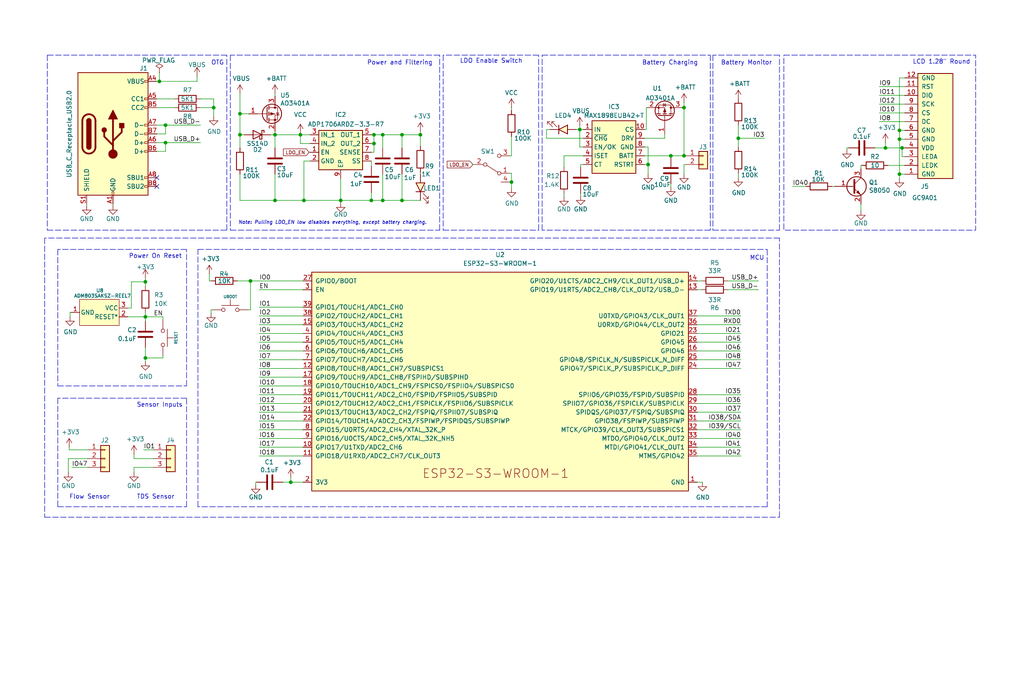
<source format=kicad_sch>
(kicad_sch (version 20231120) (generator "eeschema") (generator_version "8.0")
  (paper "User" 297 200)
  (title_block (title "IoT-Based Smart Water Flow Monitoring Device") (date "2024-04-11") (rev "1.0") (company "Jobit Joseph Semicon Media"))
  (lib_symbols
    (symbol "ADM803:ADM803SAKSZ-REEL7" (pin_names (offset 0.254))
      (property "Reference" "U" (at 8.128 8.128 0))
      (property "Value" "ADM803SAKSZ-REEL7" (at 8.382 5.842 0))
      (symbol "ADM803SAKSZ-REEL7_1_1"
        (pin unspecified line (at 0 0 0) (length 2.54) (name "GND") (number "1"))
        (pin unspecified line (at 16.51 -1.27 180) (length 2.54) (name "RESET*") (number "2"))
        (pin power_in line (at 16.51 1.27 180) (length 2.54) (name "VCC") (number "3"))
      )
    )
    (symbol "ADP1706ARDZ-3_3-R7:ADP1706ARDZ-3.3-R7"
      (property "Reference" "IC2" (at 11.43 7.112 0))
      (property "Value" "ADP1706ARDZ-3.3-R7" (at 11.43 4.572 0))
      (symbol "ADP1706ARDZ-3.3-R7_1_1"
        (pin passive line (at 2.54 -3.81 0) (length 2.54) (name "EN") (number "1"))
        (pin passive line (at 2.54 -6.35 0) (length 2.54) (name "GND") (number "2"))
        (pin passive line (at 2.54 1.27 0) (length 2.54) (name "IN_1") (number "3"))
        (pin passive line (at 2.54 -1.27 0) (length 2.54) (name "IN_2") (number "4"))
        (pin passive line (at 20.32 1.27 180) (length 2.54) (name "OUT_1") (number "5"))
        (pin passive line (at 20.32 -1.27 180) (length 2.54) (name "OUT_2") (number "6"))
        (pin passive line (at 20.32 -3.81 180) (length 2.54) (name "SENSE") (number "7"))
        (pin passive line (at 20.32 -6.35 180) (length 2.54) (name "SS") (number "8"))
        (pin passive line (at 11.43 -11.43 90) (length 2.54) (name "EP") (number "9"))
      )
    )
    (symbol "Connector_Generic:Conn_01x02" (pin_names (offset 1.016) hide)
      (property "Reference" "J" (at 0 2.54 0))
      (property "Value" "Conn_01x02" (at 0 -5.08 0))
      (symbol "Conn_01x02_1_1"
        (pin passive line (at -5.08 0 0) (length 3.81) (name "Pin_1") (number "1"))
        (pin passive line (at -5.08 -2.54 0) (length 3.81) (name "Pin_2") (number "2"))
      )
    )
    (symbol "Connector_Generic:Conn_01x03" (pin_names (offset 1.016) hide)
      (property "Reference" "J" (at 0 5.08 0))
      (property "Value" "Conn_01x03" (at 0 -5.08 0))
      (symbol "Conn_01x03_1_1"
        (pin passive line (at -5.08 2.54 0) (length 3.81) (name "Pin_1") (number "1"))
        (pin passive line (at -5.08 0 0) (length 3.81) (name "Pin_2") (number "2"))
        (pin passive line (at -5.08 -2.54 0) (length 3.81) (name "Pin_3") (number "3"))
      )
    )
    (symbol "Device:C" (pin_numbers hide) (pin_names (offset 0.254))
      (property "Reference" "C" (at 0.635 2.54 0))
      (property "Value" "C" (at 0.635 -2.54 0))
      (symbol "C_1_1"
        (pin passive line (at 0 3.81 270) (length 2.794) (name "~") (number "1"))
        (pin passive line (at 0 -3.81 90) (length 2.794) (name "~") (number "2"))
      )
    )
    (symbol "Device:D_Schottky" (pin_numbers hide) (pin_names (offset 1.016) hide)
      (property "Reference" "D" (at 0 2.54 0))
      (property "Value" "D_Schottky" (at 0 -2.54 0))
      (symbol "D_Schottky_1_1"
        (pin passive line (at -3.81 0 0) (length 2.54) (name "K") (number "1"))
        (pin passive line (at 3.81 0 180) (length 2.54) (name "A") (number "2"))
      )
    )
    (symbol "Device:R" (pin_numbers hide) (pin_names (offset 0))
      (property "Reference" "R" (at 2.032 0 90))
      (property "Value" "R" (at 0 0 90))
      (symbol "R_1_1"
        (pin passive line (at 0 3.81 270) (length 1.27) (name "~") (number "1"))
        (pin passive line (at 0 -3.81 90) (length 1.27) (name "~") (number "2"))
      )
    )
    (symbol "ESP32_TouchDown:DMG3415U-7" (pin_names (offset 0) hide)
      (property "Reference" "Q" (at 5.08 1.27 0))
      (property "Value" "DMG3415U-7" (at 5.08 -1.27 0))
      (symbol "DMG3415U-7_1_1"
        (pin input line (at -5.08 0 0) (length 2.54) (name "G") (number "1"))
        (pin passive line (at 2.54 -5.08 90) (length 2.54) (name "S") (number "2"))
        (pin passive line (at 2.54 5.08 270) (length 2.54) (name "D") (number "3"))
      )
    )
    (symbol "ESP32_TouchDown:LGES8050" (pin_names (offset 0) hide)
      (property "Reference" "Q" (at 5.08 1.905 0))
      (property "Value" "LGES8050" (at 5.08 0 0))
      (symbol "LGES8050_1_1"
        (pin passive line (at -5.08 0 0) (length 5.08) (name "E") (number "1"))
        (pin input line (at 2.54 -5.08 90) (length 2.54) (name "B") (number "2"))
        (pin passive line (at 2.54 5.08 270) (length 2.54) (name "C") (number "3"))
      )
    )
    (symbol "ESP32_TouchDown_Rev1.1-rescue:USB_C_Receptacle_USB2.0-Connector" (pin_names (offset 1.016))
      (property "Reference" "J1" (at 8.89 19.05 0))
      (property "Value" "USB_C_Receptacle_USB2.0" (at -12.7 0 90))
      (symbol "USB_C_Receptacle_USB2.0-Connector_1_1"
        (pin power_in line (at 0 -20.32 90) (length 2.54) (name "GND") (number "A1"))
        (pin passive line (at 0 -20.32 90) (length 2.54) hide (name "GND") (number "A12"))
        (pin power_in line (at 12.7 15.24 180) (length 2.54) (name "VBUS") (number "A4"))
        (pin bidirectional line (at 12.7 10.16 180) (length 2.54) (name "CC1") (number "A5"))
        (pin bidirectional line (at 12.7 -2.54 180) (length 2.54) (name "D+") (number "A6"))
        (pin bidirectional line (at 12.7 2.54 180) (length 2.54) (name "D-") (number "A7"))
        (pin bidirectional line (at 12.7 -12.7 180) (length 2.54) (name "SBU1") (number "A8"))
        (pin passive line (at 12.7 15.24 180) (length 2.54) hide (name "VBUS") (number "A9"))
        (pin passive line (at 0 -20.32 90) (length 2.54) hide (name "GND") (number "B1"))
        (pin passive line (at 0 -20.32 90) (length 2.54) hide (name "GND") (number "B12"))
        (pin passive line (at 12.7 15.24 180) (length 2.54) hide (name "VBUS") (number "B4"))
        (pin bidirectional line (at 12.7 7.62 180) (length 2.54) (name "CC2") (number "B5"))
        (pin bidirectional line (at 12.7 -5.08 180) (length 2.54) (name "D+") (number "B6"))
        (pin bidirectional line (at 12.7 0 180) (length 2.54) (name "D-") (number "B7"))
        (pin bidirectional line (at 12.7 -15.24 180) (length 2.54) (name "SBU2") (number "B8"))
        (pin passive line (at 12.7 15.24 180) (length 2.54) hide (name "VBUS") (number "B9"))
        (pin passive line (at -7.62 -20.32 90) (length 2.54) (name "SHIELD") (number "S1"))
      )
    )
    (symbol "Espressif:ESP32-S3-WROOM-1" (pin_names (offset 1.016))
      (property "Reference" "U" (at -53.34 38.1 0))
      (property "Value" "ESP32-S3-WROOM-1" (at -53.34 35.56 0))
      (symbol "ESP32-S3-WROOM-1_0_0"
        (text "ESP32-S3-WROOM-1" (at 0 -25.4 0) (effects (font (size 2.54 2.54))))
        (pin power_in line (at 58.42 -27.94 180) (length 2.54) (name "GND") (number "1"))
        (pin bidirectional line (at -55.88 -17.78 0) (length 2.54) (name "GPIO17/U1TXD/ADC2_CH6") (number "10"))
        (pin bidirectional line (at -55.88 -20.32 0) (length 2.54) (name "GPIO18/U1RXD/ADC2_CH7/CLK_OUT3") (number "11"))
        (pin bidirectional line (at -55.88 5.08 0) (length 2.54) (name "GPIO8/TOUCH8/ADC1_CH7/SUBSPICS1") (number "12"))
        (pin bidirectional line (at 58.42 27.94 180) (length 2.54) (name "GPIO19/U1RTS/ADC2_CH8/CLK_OUT2/USB_D-") (number "13"))
        (pin bidirectional line (at 58.42 30.48 180) (length 2.54) (name "GPIO20/U1CTS/ADC2_CH9/CLK_OUT1/USB_D+") (number "14"))
        (pin bidirectional line (at -55.88 17.78 0) (length 2.54) (name "GPIO3/TOUCH3/ADC1_CH2") (number "15"))
        (pin bidirectional line (at 58.42 10.16 180) (length 2.54) (name "GPIO46") (number "16"))
        (pin bidirectional line (at -55.88 2.54 0) (length 2.54) (name "GPIO9/TOUCH9/ADC1_CH8/FSPIHD/SUBSPIHD") (number "17"))
        (pin bidirectional line (at -55.88 0 0) (length 2.54) (name "GPIO10/TOUCH10/ADC1_CH9/FSPICS0/FSPIIO4/SUBSPICS0") (number "18"))
        (pin bidirectional line (at -55.88 -2.54 0) (length 2.54) (name "GPIO11/TOUCH11/ADC2_CH0/FSPID/FSPIIO5/SUBSPID") (number "19"))
        (pin power_in line (at -55.88 -27.94 0) (length 2.54) (name "3V3") (number "2"))
        (pin bidirectional line (at -55.88 -5.08 0) (length 2.54) (name "GPIO12/TOUCH12/ADC2_CH1/FSPICLK/FSPIIO6/SUBSPICLK") (number "20"))
        (pin bidirectional line (at -55.88 -7.62 0) (length 2.54) (name "GPIO13/TOUCH13/ADC2_CH2/FSPIQ/FSPIIO7/SUBSPIQ") (number "21"))
        (pin bidirectional line (at -55.88 -10.16 0) (length 2.54) (name "GPIO14/TOUCH14/ADC2_CH3/FSPIWP/FSPIDQS/SUBSPIWP") (number "22"))
        (pin bidirectional line (at 58.42 15.24 180) (length 2.54) (name "GPIO21") (number "23"))
        (pin bidirectional line (at 58.42 5.08 180) (length 2.54) (name "GPIO47/SPICLK_P/SUBSPICLK_P_DIFF") (number "24"))
        (pin bidirectional line (at 58.42 7.62 180) (length 2.54) (name "GPIO48/SPICLK_N/SUBSPICLK_N_DIFF") (number "25"))
        (pin bidirectional line (at 58.42 12.7 180) (length 2.54) (name "GPIO45") (number "26"))
        (pin bidirectional line (at -55.88 30.48 0) (length 2.54) (name "GPIO0/BOOT") (number "27"))
        (pin bidirectional line (at 58.42 -2.54 180) (length 2.54) (name "SPIIO6/GPIO35/FSPID/SUBSPID") (number "28"))
        (pin bidirectional line (at 58.42 -5.08 180) (length 2.54) (name "SPIIO7/GPIO36/FSPICLK/SUBSPICLK") (number "29"))
        (pin input line (at -55.88 27.94 0) (length 2.54) (name "EN") (number "3"))
        (pin bidirectional line (at 58.42 -7.62 180) (length 2.54) (name "SPIDQS/GPIO37/FSPIQ/SUBSPIQ") (number "30"))
        (pin bidirectional line (at 58.42 -10.16 180) (length 2.54) (name "GPIO38/FSPIWP/SUBSPIWP") (number "31"))
        (pin bidirectional line (at 58.42 -12.7 180) (length 2.54) (name "MTCK/GPIO39/CLK_OUT3/SUBSPICS1") (number "32"))
        (pin bidirectional line (at 58.42 -15.24 180) (length 2.54) (name "MTDO/GPIO40/CLK_OUT2") (number "33"))
        (pin bidirectional line (at 58.42 -17.78 180) (length 2.54) (name "MTDI/GPIO41/CLK_OUT1") (number "34"))
        (pin bidirectional line (at 58.42 -20.32 180) (length 2.54) (name "MTMS/GPIO42") (number "35"))
        (pin bidirectional line (at 58.42 17.78 180) (length 2.54) (name "U0RXD/GPIO44/CLK_OUT2") (number "36"))
        (pin bidirectional line (at 58.42 20.32 180) (length 2.54) (name "U0TXD/GPIO43/CLK_OUT1") (number "37"))
        (pin bidirectional line (at -55.88 20.32 0) (length 2.54) (name "GPIO2/TOUCH2/ADC1_CH1") (number "38"))
        (pin bidirectional line (at -55.88 22.86 0) (length 2.54) (name "GPIO1/TOUCH1/ADC1_CH0") (number "39"))
        (pin bidirectional line (at -55.88 15.24 0) (length 2.54) (name "GPIO4/TOUCH4/ADC1_CH3") (number "4"))
        (pin passive line (at 58.42 -27.94 180) (length 2.54) hide (name "GND") (number "40"))
        (pin passive line (at 58.42 -27.94 180) (length 2.54) hide (name "GND") (number "41"))
        (pin bidirectional line (at -55.88 12.7 0) (length 2.54) (name "GPIO5/TOUCH5/ADC1_CH4") (number "5"))
        (pin bidirectional line (at -55.88 10.16 0) (length 2.54) (name "GPIO6/TOUCH6/ADC1_CH5") (number "6"))
        (pin bidirectional line (at -55.88 7.62 0) (length 2.54) (name "GPIO7/TOUCH7/ADC1_CH6") (number "7"))
        (pin bidirectional line (at -55.88 -12.7 0) (length 2.54) (name "GPIO15/U0RTS/ADC2_CH4/XTAL_32K_P") (number "8"))
        (pin bidirectional line (at -55.88 -15.24 0) (length 2.54) (name "GPIO16/U0CTS/ADC2_CH5/XTAL_32K_NH5") (number "9"))
      )
    )
    (symbol "GC9A01:GC9A01" (pin_names (offset 1.016))
      (property "Reference" "J5" (at 3.048 14.732 0))
      (property "Value" "GC9A01" (at 0.508 16.51 0))
      (symbol "GC9A01_1_1"
        (pin passive line (at -5.08 12.7 0) (length 3.81) (name "GND") (number "1"))
        (pin passive line (at -5.08 -10.16 0) (length 3.81) (name "DIO") (number "10"))
        (pin passive line (at -5.08 -12.7 0) (length 3.81) (name "RST") (number "11"))
        (pin passive line (at -5.08 -15.24 0) (length 3.81) (name "GND") (number "12"))
        (pin passive line (at -5.08 10.16 0) (length 3.81) (name "LEDK") (number "2"))
        (pin passive line (at -5.08 7.62 0) (length 3.81) (name "LEDA") (number "3"))
        (pin passive line (at -5.08 5.08 0) (length 3.81) (name "VDD") (number "4"))
        (pin passive line (at -5.08 2.54 0) (length 3.81) (name "GND") (number "5"))
        (pin passive line (at -5.08 0 0) (length 3.81) (name "GND") (number "6"))
        (pin passive line (at -5.08 -2.54 0) (length 3.81) (name "DC") (number "7"))
        (pin passive line (at -5.08 -5.08 0) (length 3.81) (name "CS") (number "8"))
        (pin passive line (at -5.08 -7.62 0) (length 3.81) (name "SCK") (number "9"))
      )
    )
    (symbol "LED_1" (pin_numbers hide) (pin_names (offset 1.016) hide)
      (property "Reference" "D1" (at 0 -4.064 0))
      (property "Value" "LED" (at 0 -2.286 0))
      (symbol "LED_1_1_1"
        (pin passive line (at -3.81 0 0) (length 2.54) (name "K") (number "1"))
        (pin passive line (at 3.81 0 180) (length 2.54) (name "A") (number "2"))
      )
    )
    (symbol "MAX1898EUB42+T:MAX1898EUB42+T"
      (property "Reference" "IC" (at 26.67 7.62 0))
      (property "Value" "MAX1898EUB42+T" (at 26.67 5.08 0))
      (symbol "MAX1898EUB42+T_1_1"
        (pin passive line (at 2.54 0 0) (length 2.54) (name "IN") (number "1"))
        (pin passive line (at 20.32 0 180) (length 2.54) (name "CS") (number "10"))
        (pin passive line (at 2.54 -2.54 0) (length 2.54) (name "~{CHG}") (number "2"))
        (pin passive line (at 2.54 -5.08 0) (length 2.54) (name "EN/OK") (number "3"))
        (pin passive line (at 2.54 -7.62 0) (length 2.54) (name "ISET") (number "4"))
        (pin passive line (at 2.54 -10.16 0) (length 2.54) (name "CT") (number "5"))
        (pin passive line (at 20.32 -10.16 180) (length 2.54) (name "RSTRT") (number "6"))
        (pin passive line (at 20.32 -7.62 180) (length 2.54) (name "BATT") (number "7"))
        (pin passive line (at 20.32 -5.08 180) (length 2.54) (name "GND") (number "8"))
        (pin passive line (at 20.32 -2.54 180) (length 2.54) (name "DRV") (number "9"))
      )
    )
    (symbol "Switch:SW_Push" (pin_numbers hide) (pin_names (offset 1.016) hide)
      (property "Reference" "SW" (at 1.27 2.54 0))
      (property "Value" "SW_Push" (at 0 -1.524 0))
      (symbol "SW_Push_0_1"
        (pin passive line (at -5.08 0 0) (length 2.54) (name "1") (number "1"))
        (pin passive line (at 5.08 0 180) (length 2.54) (name "2") (number "2"))
      )
    )
    (symbol "Switch:SW_SPDT" (pin_names (offset 0) hide)
      (property "Reference" "SW3" (at -6.35 -12.7 0))
      (property "Value" "K3-1280S-F1 " (at -6.35 -10.16 0))
      (symbol "SW_SPDT_1_1"
        (pin passive line (at 5.08 2.54 180) (length 2.54) (name "A") (number "1"))
        (pin passive line (at -5.08 0 0) (length 2.54) (name "B") (number "2"))
        (pin passive line (at 5.08 -2.54 180) (length 2.54) (name "C") (number "3"))
        (pin input line (at 5.08 5.08 180) (length 2.54) (name "4") (number "4"))
      )
    )
    (symbol "power:+3V3" (power) (pin_names (offset 0))
      (property "Value" "+3V3" (at 0 3.556 0))
      (symbol "+3V3_1_1"
        (pin power_in line (at 0 0 90) (length 0) hide (name "+3V3") (number "1"))
      )
    )
    (symbol "power:+BATT" (power) (pin_names (offset 0))
      (property "Value" "+BATT" (at 0 3.556 0))
      (symbol "+BATT_1_1"
        (pin power_in line (at 0 0 90) (length 0) hide (name "+BATT") (number "1"))
      )
    )
    (symbol "power:GND" (power) (pin_names (offset 0))
      (property "Value" "GND" (at 0 -3.81 0))
      (symbol "GND_1_1"
        (pin power_in line (at 0 0 270) (length 0) hide (name "GND") (number "1"))
      )
    )
    (symbol "power:PWR_FLAG" (power) (pin_numbers hide) (pin_names (offset 0) hide)
      (property "Value" "PWR_FLAG" (at 0 3.81 0))
      (symbol "PWR_FLAG_0_0"
        (pin power_out line (at 0 0 90) (length 0) (name "pwr") (number "1"))
      )
    )
    (symbol "power:VBUS" (power) (pin_names (offset 0))
      (property "Value" "VBUS" (at 0 3.81 0))
      (symbol "VBUS_1_1"
        (pin power_in line (at 0 0 90) (length 0) hide (name "VBUS") (number "1"))
      )
    )
    (symbol "power:VCC" (power) (pin_numbers hide) (pin_names (offset 0) hide)
      (property "Value" "VCC" (at 0 3.556 0))
      (symbol "VCC_1_1"
        (pin power_in line (at 0 0 90) (length 0) (name "~") (number "1"))
      )
    )
  )
  (junction (at 261.62 42.926))
  (junction (at 187.96 47.752))
  (junction (at 42.164 103.886))
  (junction (at 214.122 40.132))
  (junction (at 88.138 58.166))
  (junction (at 194.564 45.212))
  (junction (at 79.756 39.116))
  (junction (at 42.164 91.948))
  (junction (at 48.006 36.322))
  (junction (at 108.458 39.116))
  (junction (at 260.858 37.846))
  (junction (at 260.858 50.546))
  (junction (at 110.998 58.166))
  (junction (at 98.806 58.166))
  (junction (at 198.374 45.212))
  (junction (at 110.998 39.116))
  (junction (at 84.328 139.954))
  (junction (at 72.644 81.534))
  (junction (at 42.164 81.788))
  (junction (at 116.586 58.166))
  (junction (at 48.006 41.402))
  (junction (at 116.586 39.116))
  (junction (at 107.696 58.166))
  (junction (at 69.596 33.02))
  (junction (at 121.92 39.116))
  (junction (at 148.336 52.832))
  (junction (at 256.794 42.926))
  (junction (at 87.122 39.116))
  (junction (at 69.596 39.116))
  (junction (at 168.148 37.592))
  (junction (at 198.374 31.242))
  (junction (at 108.458 41.656))
  (junction (at 46.228 23.622))
  (junction (at 79.756 58.166))
  (junction (at 260.858 40.386))
  (junction (at 61.976 31.242))
  (no_connect (at 45.466 54.102))
  (no_connect (at 45.466 51.562))
  (wire (pts (xy 260.858 40.386) (xy 260.858 37.846)))
  (wire (pts (xy 121.92 50.038) (xy 121.92 50.546)))
  (polyline (pts (xy 157.226 66.802) (xy 157.226 16.002)) (stroke (width 0) (type dash)))
  (wire (pts (xy 168.148 37.592) (xy 169.164 37.592)))
  (polyline (pts (xy 127.508 16.002) (xy 66.802 16.002)) (stroke (width 0) (type dash)))
  (wire (pts (xy 262.382 48.006) (xy 257.556 48.006)))
  (wire (pts (xy 148.336 39.624) (xy 148.336 45.212)))
  (wire (pts (xy 249.682 48.006) (xy 249.682 49.022)))
  (wire (pts (xy 262.382 22.606) (xy 260.858 22.606)))
  (wire (pts (xy 110.998 50.546) (xy 110.998 58.166)))
  (wire (pts (xy 221.742 40.132) (xy 214.122 40.132)))
  (wire (pts (xy 84.328 138.684) (xy 84.328 139.954)))
  (wire (pts (xy 20.066 130.556) (xy 25.4 130.556)))
  (wire (pts (xy 249.682 48.006) (xy 249.936 48.006)))
  (wire (pts (xy 262.382 50.546) (xy 260.858 50.546)))
  (wire (pts (xy 20.066 129.794) (xy 20.066 130.556)))
  (wire (pts (xy 75.184 132.334) (xy 87.884 132.334)))
  (wire (pts (xy 47.244 103.886) (xy 42.164 103.886)))
  (polyline (pts (xy 128.524 16.002) (xy 128.524 66.802)) (stroke (width 0) (type dash)))
  (wire (pts (xy 38.1 81.788) (xy 38.1 89.408)))
  (wire (pts (xy 46.228 23.622) (xy 57.15 23.622)))
  (wire (pts (xy 202.184 99.314) (xy 214.884 99.314)))
  (wire (pts (xy 168.148 36.576) (xy 168.148 37.592)))
  (wire (pts (xy 186.944 37.592) (xy 187.452 37.592)))
  (polyline (pts (xy 13.716 66.802) (xy 65.786 66.802)) (stroke (width 0) (type dash)))
  (wire (pts (xy 261.62 45.466) (xy 261.62 42.926)))
  (wire (pts (xy 187.96 47.752) (xy 186.944 47.752)))
  (wire (pts (xy 255.016 30.226) (xy 262.382 30.226)))
  (wire (pts (xy 186.944 40.132) (xy 192.786 40.132)))
  (wire (pts (xy 108.458 39.116) (xy 110.998 39.116)))
  (wire (pts (xy 198.374 29.718) (xy 198.374 31.242)))
  (polyline (pts (xy 66.802 66.802) (xy 127.508 66.802)) (stroke (width 0) (type dash)))
  (wire (pts (xy 147.828 45.212) (xy 148.336 45.212)))
  (wire (pts (xy 45.466 23.622) (xy 46.228 23.622)))
  (wire (pts (xy 38.862 131.826) (xy 38.862 133.096)))
  (wire (pts (xy 163.576 45.212) (xy 163.576 48.514)))
  (wire (pts (xy 186.944 45.212) (xy 194.564 45.212)))
  (wire (pts (xy 202.184 91.694) (xy 214.884 91.694)))
  (wire (pts (xy 75.184 114.554) (xy 87.884 114.554)))
  (wire (pts (xy 245.618 42.926) (xy 246.126 42.926)))
  (polyline (pts (xy 206.756 16.002) (xy 206.756 66.802)) (stroke (width 0) (type dash)))
  (wire (pts (xy 255.016 32.766) (xy 262.382 32.766)))
  (wire (pts (xy 82.042 139.954) (xy 84.328 139.954)))
  (wire (pts (xy 198.374 50.546) (xy 198.374 47.752)))
  (wire (pts (xy 61.976 28.702) (xy 61.976 31.242)))
  (wire (pts (xy 38.862 135.636) (xy 38.862 137.16)))
  (wire (pts (xy 116.586 58.166) (xy 121.92 58.166)))
  (polyline (pts (xy 128.524 66.802) (xy 156.21 66.802)) (stroke (width 0) (type dash)))
  (wire (pts (xy 255.016 25.146) (xy 262.382 25.146)))
  (polyline (pts (xy 54.102 112.014) (xy 54.102 72.39)) (stroke (width 0) (type dash)))
  (wire (pts (xy 48.006 41.402) (xy 45.466 41.402)))
  (wire (pts (xy 69.596 33.02) (xy 72.136 33.02)))
  (wire (pts (xy 68.834 81.534) (xy 72.644 81.534)))
  (wire (pts (xy 61.214 90.932) (xy 61.214 89.916)))
  (polyline (pts (xy 66.802 16.002) (xy 66.802 66.802)) (stroke (width 0) (type dash)))
  (wire (pts (xy 87.122 38.608) (xy 87.122 39.116)))
  (wire (pts (xy 108.458 44.196) (xy 108.458 41.656)))
  (wire (pts (xy 69.596 33.02) (xy 69.596 39.116)))
  (wire (pts (xy 20.828 135.636) (xy 25.4 135.636)))
  (polyline (pts (xy 16.764 112.014) (xy 54.102 112.014)) (stroke (width 0) (type dash)))
  (wire (pts (xy 211.074 84.074) (xy 219.964 84.074)))
  (wire (pts (xy 88.138 46.736) (xy 88.138 58.166)))
  (wire (pts (xy 187.96 50.546) (xy 187.96 47.752)))
  (wire (pts (xy 70.866 39.116) (xy 69.596 39.116)))
  (wire (pts (xy 87.122 41.656) (xy 87.122 39.116)))
  (wire (pts (xy 107.696 55.88) (xy 107.696 58.166)))
  (wire (pts (xy 75.184 89.154) (xy 87.884 89.154)))
  (polyline (pts (xy 13.716 16.002) (xy 13.716 66.802)) (stroke (width 0) (type dash)))
  (wire (pts (xy 88.138 46.736) (xy 89.916 46.736)))
  (wire (pts (xy 75.184 124.714) (xy 87.884 124.714)))
  (wire (pts (xy 202.184 106.934) (xy 214.884 106.934)))
  (wire (pts (xy 57.15 23.622) (xy 57.15 22.098)))
  (polyline (pts (xy 156.21 66.802) (xy 156.21 16.002)) (stroke (width 0) (type dash)))
  (wire (pts (xy 169.164 42.672) (xy 168.148 42.672)))
  (wire (pts (xy 69.596 27.178) (xy 69.596 33.02)))
  (polyline (pts (xy 206.756 66.802) (xy 226.06 66.802)) (stroke (width 0) (type dash)))
  (wire (pts (xy 116.586 39.116) (xy 121.92 39.116)))
  (polyline (pts (xy 205.994 66.802) (xy 157.226 66.802)) (stroke (width 0) (type dash)))
  (wire (pts (xy 202.184 119.634) (xy 214.884 119.634)))
  (wire (pts (xy 46.228 21.082) (xy 46.228 23.622)))
  (wire (pts (xy 107.696 58.166) (xy 110.998 58.166)))
  (wire (pts (xy 198.374 31.242) (xy 198.374 45.212)))
  (wire (pts (xy 58.166 41.402) (xy 48.006 41.402)))
  (wire (pts (xy 158.496 37.592) (xy 159.512 37.592)))
  (wire (pts (xy 194.564 53.34) (xy 194.564 54.356)))
  (wire (pts (xy 116.586 39.116) (xy 116.586 42.926)))
  (wire (pts (xy 202.184 117.094) (xy 214.884 117.094)))
  (wire (pts (xy 202.184 96.774) (xy 214.884 96.774)))
  (wire (pts (xy 84.328 139.954) (xy 87.884 139.954)))
  (wire (pts (xy 69.596 39.116) (xy 69.596 42.926)))
  (wire (pts (xy 48.006 38.862) (xy 45.466 38.862)))
  (wire (pts (xy 168.402 56.896) (xy 168.402 56.134)))
  (wire (pts (xy 42.164 91.948) (xy 42.164 93.218)))
  (polyline (pts (xy 57.404 147.066) (xy 57.404 72.39)) (stroke (width 0) (type dash)))
  (wire (pts (xy 249.682 59.182) (xy 249.682 61.214)))
  (wire (pts (xy 198.374 47.752) (xy 198.882 47.752)))
  (wire (pts (xy 242.062 54.102) (xy 241.3 54.102)))
  (wire (pts (xy 61.214 89.916) (xy 61.722 89.916)))
  (wire (pts (xy 110.998 39.116) (xy 116.586 39.116)))
  (wire (pts (xy 168.402 47.752) (xy 169.164 47.752)))
  (wire (pts (xy 58.166 28.702) (xy 61.976 28.702)))
  (wire (pts (xy 72.644 89.916) (xy 72.644 81.534)))
  (wire (pts (xy 197.866 31.242) (xy 198.374 31.242)))
  (wire (pts (xy 78.486 39.116) (xy 79.756 39.116)))
  (wire (pts (xy 202.184 129.794) (xy 214.884 129.794)))
  (wire (pts (xy 61.976 31.242) (xy 61.976 33.782)))
  (wire (pts (xy 42.164 80.772) (xy 42.164 81.788)))
  (wire (pts (xy 69.596 50.546) (xy 69.596 58.166)))
  (wire (pts (xy 42.164 103.886) (xy 42.164 104.902)))
  (wire (pts (xy 75.184 99.314) (xy 87.884 99.314)))
  (wire (pts (xy 71.882 89.916) (xy 72.644 89.916)))
  (wire (pts (xy 148.336 31.242) (xy 148.336 32.004)))
  (wire (pts (xy 20.32 90.678) (xy 20.574 90.678)))
  (wire (pts (xy 168.402 48.514) (xy 168.402 47.752)))
  (wire (pts (xy 50.546 31.242) (xy 45.466 31.242)))
  (wire (pts (xy 202.184 122.174) (xy 214.884 122.174)))
  (wire (pts (xy 262.382 45.466) (xy 261.62 45.466)))
  (wire (pts (xy 262.382 40.386) (xy 260.858 40.386)))
  (wire (pts (xy 25.146 59.69) (xy 25.146 59.182)))
  (wire (pts (xy 75.184 84.074) (xy 87.884 84.074)))
  (wire (pts (xy 38.862 133.096) (xy 44.45 133.096)))
  (wire (pts (xy 42.164 100.838) (xy 42.164 103.886)))
  (polyline (pts (xy 222.504 147.066) (xy 57.404 147.066)) (stroke (width 0) (type dash)))
  (wire (pts (xy 75.184 104.394) (xy 87.884 104.394)))
  (wire (pts (xy 37.084 91.948) (xy 42.164 91.948)))
  (wire (pts (xy 42.164 91.948) (xy 47.244 91.948)))
  (wire (pts (xy 75.184 117.094) (xy 87.884 117.094)))
  (wire (pts (xy 79.756 39.116) (xy 79.756 42.926)))
  (wire (pts (xy 47.244 103.124) (xy 47.244 103.886)))
  (wire (pts (xy 148.336 50.292) (xy 148.336 52.832)))
  (wire (pts (xy 202.184 139.954) (xy 203.708 139.954)))
  (wire (pts (xy 107.696 46.736) (xy 107.696 48.26)))
  (polyline (pts (xy 226.06 150.114) (xy 226.06 69.088)) (stroke (width 0) (type dash)))
  (polyline (pts (xy 127.508 66.802) (xy 127.508 16.002)) (stroke (width 0) (type dash)))
  (polyline (pts (xy 54.102 147.066) (xy 54.102 115.57)) (stroke (width 0) (type dash)))
  (wire (pts (xy 45.466 28.702) (xy 50.546 28.702)))
  (wire (pts (xy 19.812 133.096) (xy 25.4 133.096)))
  (polyline (pts (xy 226.06 69.088) (xy 12.954 69.088)) (stroke (width 0) (type dash)))
  (wire (pts (xy 75.184 91.694) (xy 87.884 91.694)))
  (wire (pts (xy 187.452 31.242) (xy 187.706 31.242)))
  (wire (pts (xy 75.184 106.934) (xy 87.884 106.934)))
  (wire (pts (xy 72.644 81.534) (xy 87.884 81.534)))
  (wire (pts (xy 19.812 137.16) (xy 19.812 133.096)))
  (wire (pts (xy 256.794 42.926) (xy 256.794 41.402)))
  (wire (pts (xy 69.596 58.166) (xy 79.756 58.166)))
  (polyline (pts (xy 157.226 16.002) (xy 205.994 16.002)) (stroke (width 0) (type dash)))
  (wire (pts (xy 108.458 41.656) (xy 108.458 39.116)))
  (wire (pts (xy 107.696 44.196) (xy 108.458 44.196)))
  (wire (pts (xy 38.862 135.636) (xy 44.45 135.636)))
  (wire (pts (xy 98.806 58.928) (xy 98.806 58.166)))
  (wire (pts (xy 75.184 109.474) (xy 87.884 109.474)))
  (polyline (pts (xy 222.504 72.39) (xy 222.504 147.066)) (stroke (width 0) (type dash)))
  (wire (pts (xy 202.184 114.554) (xy 214.884 114.554)))
  (polyline (pts (xy 12.954 150.114) (xy 226.06 150.114)) (stroke (width 0) (type dash)))
  (wire (pts (xy 89.916 41.656) (xy 87.122 41.656)))
  (wire (pts (xy 98.806 58.166) (xy 107.696 58.166)))
  (wire (pts (xy 79.756 50.546) (xy 79.756 58.166)))
  (wire (pts (xy 148.336 52.832) (xy 148.336 54.61)))
  (wire (pts (xy 75.184 94.234) (xy 87.884 94.234)))
  (polyline (pts (xy 54.102 72.39) (xy 16.764 72.39)) (stroke (width 0) (type dash)))
  (wire (pts (xy 202.184 101.854) (xy 214.884 101.854)))
  (wire (pts (xy 42.164 81.788) (xy 42.164 83.058)))
  (polyline (pts (xy 65.786 66.802) (xy 65.786 16.002)) (stroke (width 0) (type dash)))
  (wire (pts (xy 203.454 81.534) (xy 202.184 81.534)))
  (wire (pts (xy 75.184 127.254) (xy 87.884 127.254)))
  (wire (pts (xy 137.668 47.752) (xy 137.16 47.752)))
  (wire (pts (xy 229.87 54.102) (xy 233.68 54.102)))
  (wire (pts (xy 107.696 41.656) (xy 108.458 41.656)))
  (wire (pts (xy 61.976 31.242) (xy 58.166 31.242)))
  (wire (pts (xy 48.006 43.942) (xy 48.006 41.402)))
  (wire (pts (xy 75.184 122.174) (xy 87.884 122.174)))
  (wire (pts (xy 89.662 44.196) (xy 89.916 44.196)))
  (wire (pts (xy 194.564 45.212) (xy 198.374 45.212)))
  (wire (pts (xy 60.706 79.502) (xy 60.706 81.534)))
  (wire (pts (xy 255.016 35.306) (xy 262.382 35.306)))
  (wire (pts (xy 147.828 50.292) (xy 148.336 50.292)))
  (polyline (pts (xy 226.06 16.002) (xy 206.756 16.002)) (stroke (width 0) (type dash)))
  (wire (pts (xy 147.828 52.832) (xy 148.336 52.832)))
  (wire (pts (xy 158.496 40.132) (xy 158.496 37.592)))
  (wire (pts (xy 260.858 50.546) (xy 260.858 51.816)))
  (wire (pts (xy 79.756 27.178) (xy 79.756 27.94)))
  (polyline (pts (xy 65.786 16.002) (xy 13.716 16.002)) (stroke (width 0) (type dash)))
  (wire (pts (xy 211.074 81.534) (xy 219.964 81.534)))
  (polyline (pts (xy 16.764 115.57) (xy 16.764 147.066)) (stroke (width 0) (type dash)))
  (wire (pts (xy 214.122 50.292) (xy 214.122 51.562)))
  (wire (pts (xy 45.466 43.942) (xy 48.006 43.942)))
  (wire (pts (xy 75.184 96.774) (xy 87.884 96.774)))
  (wire (pts (xy 214.122 36.322) (xy 214.122 40.132)))
  (wire (pts (xy 45.466 36.322) (xy 48.006 36.322)))
  (wire (pts (xy 163.576 57.15) (xy 163.576 56.134)))
  (wire (pts (xy 245.618 43.434) (xy 245.618 42.926)))
  (wire (pts (xy 260.858 22.606) (xy 260.858 37.846)))
  (wire (pts (xy 75.184 112.014) (xy 87.884 112.014)))
  (wire (pts (xy 116.586 50.546) (xy 116.586 58.166)))
  (wire (pts (xy 169.164 40.132) (xy 158.496 40.132)))
  (wire (pts (xy 194.564 45.212) (xy 194.564 45.72)))
  (wire (pts (xy 192.786 38.862) (xy 192.786 40.132)))
  (wire (pts (xy 48.006 36.322) (xy 48.006 38.862)))
  (wire (pts (xy 98.806 51.816) (xy 98.806 58.166)))
  (polyline (pts (xy 226.06 66.802) (xy 226.06 16.002)) (stroke (width 0) (type dash)))
  (wire (pts (xy 107.696 39.116) (xy 108.458 39.116)))
  (wire (pts (xy 79.756 58.166) (xy 88.138 58.166)))
  (wire (pts (xy 121.92 39.116) (xy 121.92 42.418)))
  (wire (pts (xy 32.766 59.182) (xy 32.766 59.69)))
  (wire (pts (xy 203.454 84.074) (xy 202.184 84.074)))
  (wire (pts (xy 202.184 104.394) (xy 214.884 104.394)))
  (wire (pts (xy 48.006 36.322) (xy 58.166 36.322)))
  (wire (pts (xy 42.164 81.788) (xy 38.1 81.788)))
  (wire (pts (xy 79.756 38.1) (xy 79.756 39.116)))
  (wire (pts (xy 75.184 119.634) (xy 87.884 119.634)))
  (wire (pts (xy 168.148 42.672) (xy 168.148 37.592)))
  (polyline (pts (xy 16.764 147.066) (xy 54.102 147.066)) (stroke (width 0) (type dash)))
  (wire (pts (xy 42.164 90.678) (xy 42.164 91.948)))
  (polyline (pts (xy 57.404 72.39) (xy 222.504 72.39)) (stroke (width 0) (type dash)))
  (wire (pts (xy 47.244 91.948) (xy 47.244 92.964)))
  (wire (pts (xy 260.858 50.546) (xy 260.858 40.386)))
  (polyline (pts (xy 54.102 115.57) (xy 16.764 115.57)) (stroke (width 0) (type dash)))
  (wire (pts (xy 202.184 127.254) (xy 214.884 127.254)))
  (polyline (pts (xy 16.764 72.39) (xy 16.764 112.014)) (stroke (width 0) (type dash)))
  (wire (pts (xy 186.944 42.672) (xy 187.96 42.672)))
  (wire (pts (xy 198.374 45.212) (xy 198.882 45.212)))
  (polyline (pts (xy 12.954 69.088) (xy 12.954 150.114)) (stroke (width 0) (type dash)))
  (wire (pts (xy 261.62 42.926) (xy 256.794 42.926)))
  (wire (pts (xy 88.138 58.166) (xy 98.806 58.166)))
  (wire (pts (xy 79.756 39.116) (xy 87.122 39.116)))
  (polyline (pts (xy 156.21 16.002) (xy 128.524 16.002)) (stroke (width 0) (type dash)))
  (wire (pts (xy 121.92 39.116) (xy 121.92 38.1)))
  (wire (pts (xy 74.168 139.954) (xy 74.422 139.954)))
  (wire (pts (xy 87.122 39.116) (xy 89.916 39.116)))
  (wire (pts (xy 260.858 37.846) (xy 262.382 37.846)))
  (wire (pts (xy 75.184 101.854) (xy 87.884 101.854)))
  (wire (pts (xy 202.184 124.714) (xy 214.884 124.714)))
  (wire (pts (xy 167.132 37.592) (xy 168.148 37.592)))
  (wire (pts (xy 110.998 58.166) (xy 116.586 58.166)))
  (wire (pts (xy 255.016 27.686) (xy 262.382 27.686)))
  (wire (pts (xy 163.576 45.212) (xy 169.164 45.212)))
  (wire (pts (xy 214.122 40.132) (xy 214.122 42.672)))
  (wire (pts (xy 60.706 81.534) (xy 61.214 81.534)))
  (wire (pts (xy 253.746 42.926) (xy 256.794 42.926)))
  (wire (pts (xy 202.184 94.234) (xy 214.884 94.234)))
  (wire (pts (xy 187.96 42.672) (xy 187.96 47.752)))
  (wire (pts (xy 75.184 129.794) (xy 87.884 129.794)))
  (wire (pts (xy 262.382 42.926) (xy 261.62 42.926)))
  (wire (pts (xy 187.452 37.592) (xy 187.452 31.242)))
  (wire (pts (xy 20.32 91.948) (xy 20.32 90.678)))
  (polyline (pts (xy 205.994 16.002) (xy 205.994 66.802)) (stroke (width 0) (type dash)))
  (wire (pts (xy 41.656 130.556) (xy 44.45 130.556)))
  (wire (pts (xy 202.184 132.334) (xy 214.884 132.334)))
  (wire (pts (xy 110.998 39.116) (xy 110.998 42.926)))
  (wire (pts (xy 37.084 89.408) (xy 38.1 89.408)))
  (wire (pts (xy 74.168 140.716) (xy 74.168 139.954)))
  (rectangle (start 227.33 16.002) (end 282.956 66.802) (stroke (width 0) (type dash)))
  (text "OTG" (at 61.214 19.05 0) (effects (font (size 1.27 1.27)) (justify left bottom)))
  (text "TDS Sensor" (at 39.624 145.034 0) (effects (font (size 1.27 1.27)) (justify left bottom)))
  (text "Note: Pulling LDO_EN low disables everything, except battery charging.\n" (at 69.088 65.278 0) (effects (font (size 1 1) (italic yes)) (justify left bottom)))
  (text "Sensor Inputs" (at 39.624 118.364 0) (effects (font (size 1.27 1.27)) (justify left bottom)))
  (text "Power On Reset" (at 37.338 75.184 0) (effects (font (size 1.27 1.27)) (justify left bottom)))
  (text "Battery Charging" (at 186.182 19.05 0) (effects (font (size 1.27 1.27)) (justify left bottom)))
  (text "MCU\n" (at 217.424 75.692 0) (effects (font (size 1.27 1.27)) (justify left bottom)))
  (text "LCD 1.28\" Round" (at 264.668 18.796 0) (effects (font (size 1.27 1.27)) (justify left bottom)))
  (text "LDO Enable Switch" (at 133.35 18.542 0) (effects (font (size 1.27 1.27)) (justify left bottom)))
  (text "Battery Monitor" (at 209.042 19.05 0) (effects (font (size 1.27 1.27)) (justify left bottom)))
  (text "Flow Sensor" (at 20.066 145.034 0) (effects (font (size 1.27 1.27)) (justify left bottom)))
  (text "Power and Filtering\n" (at 106.426 19.05 0) (effects (font (size 1.27 1.27)) (justify left bottom)))
  (label "IO36" (at 214.884 117.094 180))
  (label "IO47" (at 20.828 135.636 0))
  (label "IO1" (at 41.656 130.556 0))
  (label "IO10" (at 255.016 32.766 0))
  (label "IO11" (at 255.016 27.686 0))
  (label "USB_D+" (at 58.166 41.402 180))
  (label "IO16" (at 75.184 127.254 0))
  (label "IO9" (at 255.016 25.146 0))
  (label "IO40" (at 229.87 54.102 0))
  (label "IO39{slash}SCL" (at 214.884 124.714 180))
  (label "USB_D-" (at 58.166 36.322 180))
  (label "EN" (at 47.244 91.948 180))
  (label "IO17" (at 75.184 129.794 0))
  (label "IO12" (at 255.016 30.226 0))
  (label "IO8" (at 255.016 35.306 0))
  (label "IO10" (at 75.184 112.014 0))
  (label "IO37" (at 214.884 119.634 180))
  (label "IO5" (at 75.184 99.314 0))
  (label "USB_D+" (at 219.964 81.534 180))
  (label "IO21" (at 214.884 96.774 180))
  (label "IO14" (at 75.184 122.174 0))
  (label "IO11" (at 75.184 114.554 0))
  (label "IO2" (at 75.184 91.694 0))
  (label "IO1" (at 75.184 89.154 0))
  (label "TXD0" (at 214.884 91.694 180))
  (label "IO9" (at 75.184 109.474 0))
  (label "IO6" (at 75.184 101.854 0))
  (label "IO42" (at 214.884 132.334 180))
  (label "IO38{slash}SDA" (at 214.884 122.174 180))
  (label "IO7" (at 75.184 104.394 0))
  (label "IO45" (at 214.884 99.314 180))
  (label "IO18" (at 75.184 132.334 0))
  (label "IO35" (at 214.884 114.554 180))
  (label "IO12" (at 75.184 117.094 0))
  (label "IO8" (at 75.184 106.934 0))
  (label "IO41" (at 214.884 129.794 180))
  (label "IO3" (at 75.184 94.234 0))
  (label "IO0" (at 75.184 81.534 0))
  (label "IO40" (at 214.884 127.254 180))
  (label "USB_D-" (at 219.964 84.074 180))
  (label "IO15" (at 75.184 124.714 0))
  (label "IO48" (at 214.884 104.394 180))
  (label "EN" (at 75.184 84.074 0))
  (label "IO3" (at 221.742 40.132 180))
  (label "IO4" (at 75.184 96.774 0))
  (label "IO13" (at 75.184 119.634 0))
  (label "IO46" (at 214.884 101.854 180))
  (label "IO47" (at 214.884 106.934 180))
  (label "RXD0" (at 214.884 94.234 180))
  (global_label "LDO_EN" (shape input) (at 137.16 47.752 180) (effects (font (size 1 1))) (property "Intersheetrefs" "${INTERSHEET_REFS}" (effects (hide yes))))
  (global_label "LDO_EN" (shape input) (at 89.662 44.196 180) (effects (font (size 1 1))) (property "Intersheetrefs" "${INTERSHEET_REFS}" (effects (hide yes))))
  (symbol (lib_id "Device:R") (at 253.746 48.006 90) (unit 1)
    (property "Reference" "R2" (at 253.746 45.466 90))
    (property "Value" "10" (at 253.746 48.006 90))
    (property "Footprint" "Resistor_SMD:R_0603_1608Metric" (effects (hide yes)))
    (property "DigiKey Part Number" "P10.0HCT-ND" (effects (hide yes)))
    (property "DigiKey Link" "https://www.digikey.in/en/products/detail/panasonic-electronic-components/ERJ-3EKF10R0V/196065" (effects (hide yes)))
    (property "Manufacturer" "Panasonic Electronic Components" (effects (hide yes)))
    (property "Manufacturer Product Number" "ERJ-3EKF10R0V" (effects (hide yes)))
  )
  (symbol (lib_id "power:+3V3") (at 60.706 79.502 0) (unit 1)
    (property "Reference" "#PWR08" (effects (hide yes)))
    (property "Value" "+3V3" (at 61.087 75.1078 0))
  )
  (symbol (lib_id "Switch:SW_SPDT") (at 142.748 47.752 0) (mirror x) (unit 1)
    (property "Reference" "SW1" (at 141.478 43.942 0))
    (property "Value" "SLW-66527511-SMT-TR" (effects (hide yes)))
    (property "Footprint" "SMD_Slide_switch:slide switch spdt" (effects (hide yes)))
    (property "DigiKey Part Number" "2223-SLW-66527511-SMT-TRCT-ND" (effects (hide yes)))
    (property "DigiKey Link" "https://www.digikey.in/en/products/detail/cui-devices/SLW-66527511-SMT-TR/21259964" (effects (hide yes)))
    (property "Manufacturer" "CUI Devices" (effects (hide yes)))
    (property "Manufacturer Product Number" "SLW-66527511-SMT-TR" (effects (hide yes)))
  )
  (symbol (lib_id "power:GND") (at 187.96 50.546 0) (unit 1)
    (property "Reference" "#PWR033" (effects (hide yes)))
    (property "Value" "GND" (at 187.96 54.356 0))
  )
  (symbol (lib_id "MAX1898EUB42+T:MAX1898EUB42+T") (at 166.624 37.592 0) (unit 1)
    (property "Reference" "IC3" (at 178.054 30.988 0))
    (property "Value" "MAX1898EUB42+T" (at 178.054 33.528 0))
    (property "Footprint" "MAX1898EUB42:SOP50P490X110-10N" (effects (hide yes)))
    (property "Description" "Battery Management Linear Charger for Single-Cell Li+ Battery" (effects (hide yes)))
    (property "Height" "1.1" (effects (hide yes)))
    (property "DigiKey Part Number" "MAX1898EUB42+TCT-ND" (effects (hide yes)))
    (property "DigiKey Link" "https://www.digikey.in/en/products/detail/analog-devices-inc-maxim-integrated/MAX1898EUB42-T/1516535" (effects (hide yes)))
    (property "Manufacturer" "MAX1898EUB42+T" (effects (hide yes)))
    (property "Manufacturer Product Number" "MAX1898EUB42+T" (effects (hide yes)))
  )
  (symbol (lib_id "power:+3V3") (at 42.164 80.772 0) (unit 1)
    (property "Reference" "#PWR03" (effects (hide yes)))
    (property "Value" "+3V3" (at 42.164 77.47 0))
  )
  (symbol (lib_id "Device:R") (at 214.122 46.482 0) (unit 1)
    (property "Reference" "R14" (at 215.646 49.022 0) (effects (justify left)))
    (property "Value" "100K" (at 214.884 50.8 0) (effects (justify left)))
    (property "Footprint" "Resistor_SMD:R_0603_1608Metric" (effects (hide yes)))
    (property "DigiKey Part Number" "P100KHCT-ND" (effects (hide yes)))
    (property "DigiKey Link" "https://www.digikey.in/en/products/detail/panasonic-electronic-components/ERJ-3EKF1003V/196075" (effects (hide yes)))
    (property "Manufacturer" "Panasonic Electronic Components" (effects (hide yes)))
    (property "Manufacturer Product Number" "ERJ-3EKF1003V" (effects (hide yes)))
  )
  (symbol (lib_id "power:+3V3") (at 20.066 129.794 0) (unit 1)
    (property "Reference" "#PWR021" (effects (hide yes)))
    (property "Value" "+3V3" (at 20.447 125.3998 0))
  )
  (symbol (lib_id "Connector_Generic:Conn_01x02") (at 203.962 45.212 0) (unit 1)
    (property "Reference" "J3" (at 202.692 42.672 0) (effects (justify left)))
    (property "Value" " B2B-PH-SM4-TB(LF)(SN) " (effects (hide yes)))
    (property "Footprint" "Connector_JST:JST_PH_B2B-PH-K_1x02_P2.00mm_Vertical" (effects (hide yes)))
    (property "DigiKey Part Number" "455-1704-ND" (effects (hide yes)))
    (property "DigiKey Link" "https://www.digikey.in/en/products/detail/jst-sales-america-inc/B2B-PH-K-S/926611" (effects (hide yes)))
    (property "Manufacturer" "JST Sales America Inc." (effects (hide yes)))
    (property "Manufacturer Product Number" "B2B-PH-K-S" (effects (hide yes)))
  )
  (symbol (lib_id "ADM803:ADM803SAKSZ-REEL7") (at 20.574 90.678 0) (unit 1)
    (property "Reference" "U8" (at 28.956 84.328 0) (effects (font (size 1 1))))
    (property "Value" "ADM803SAKSZ-REEL7" (at 29.718 85.852 0) (effects (font (size 1 1))))
    (property "Footprint" "ADM803SAKSZ:KS_3_ADI" (effects (hide yes)))
    (property "Datasheet" "ADM803SAKSZ-REEL7" (effects (hide yes)))
    (property "DigiKey Part Number" "505-ADM803SAKSZ-REEL7CT-ND" (effects (hide yes)))
    (property "DigiKey Link" "https://www.digikey.in/en/products/detail/analog-devices-inc/ADM803SAKSZ-REEL7/995374?s=N4IgTCBcDaIIIBECyAOADAZgMpwNJYC0BaAJQFEyAZAdhAF0BfIA" (effects (hide yes)))
    (property "Manufacturer" "Analog Devices Inc." (effects (hide yes)))
    (property "Manufacturer Product Number" "ADM803SAKSZ-REEL7" (effects (hide yes)))
  )
  (symbol (lib_id "power:GND") (at 249.682 61.214 0) (unit 1)
    (property "Reference" "#PWR05" (effects (hide yes)))
    (property "Value" "GND" (at 249.682 64.77 0))
  )
  (symbol (lib_id "power:GND") (at 168.402 56.896 0) (unit 1)
    (property "Reference" "#PWR031" (effects (hide yes)))
    (property "Value" "GND" (at 168.402 60.706 0))
  )
  (symbol (lib_id "Connector_Generic:Conn_01x03") (at 49.53 133.096 0) (unit 1)
    (property "Reference" "J4" (at 48.26 127.762 0) (effects (justify left)))
    (property "Value" "Conn_01x03" (effects (hide yes)))
    (property "Footprint" "Connector_JST:JST_PH_B3B-PH-K_1x03_P2.00mm_Vertical" (effects (hide yes)))
    (property "Description" "Generic connector, single row, 01x03, script generated (kicad-library-utils/schlib/autogen/connector/)" (effects (hide yes)))
    (property "DigiKey Part Number" "A100035-ND" (effects (hide yes)))
    (property "DigiKey Link" "https://www.digikey.in/en/products/detail/te-connectivity-amp-connectors/440054-3/2077940" (effects (hide yes)))
    (property "Manufacturer" "TE Connectivity AMP Connectors" (effects (hide yes)))
    (property "Manufacturer Product Number" "440054-3" (effects (hide yes)))
  )
  (symbol (lib_id "ESP32_TouchDown_Rev1.1-rescue:USB_C_Receptacle_USB2.0-Connector") (at 32.766 38.862 0) (unit 1)
    (property "Reference" "J1" (at 41.656 19.812 0))
    (property "Value" "USB_C_Receptacle_USB2.0" (at 20.066 38.862 90))
    (property "Footprint" "Connector_USB:USB_C_Receptacle_XKB_U262-16XN-4BVC11" (effects (hide yes)))
    (property "Datasheet" "https://www.usb.org/sites/default/files/documents/usb_type-c.zip" (effects (hide yes)))
    (property "DigiKey Part Number" "664-12402012E212ACT-ND" (effects (hide yes)))
    (property "DigiKey Link" "https://www.digikey.in/en/products/detail/amphenol-cs-commercial-products/12402012E212A/13683192" (effects (hide yes)))
    (property "Manufacturer" "Amphenol ICC (Commercial Products)" (effects (hide yes)))
    (property "Manufacturer Product Number" "12402012E212A" (effects (hide yes)))
  )
  (symbol (lib_id "power:GND") (at 19.812 137.16 0) (unit 1)
    (property "Reference" "#PWR022" (effects (hide yes)))
    (property "Value" "GND" (at 19.812 140.97 0))
  )
  (symbol (lib_id "power:GND") (at 61.976 33.782 0) (unit 1)
    (property "Reference" "#PWR014" (effects (hide yes)))
    (property "Value" "GND" (at 62.103 38.1762 0))
  )
  (symbol (lib_id "ESP32_TouchDown:DMG3415U-7") (at 192.786 33.782 270) (mirror x) (unit 1)
    (property "Reference" "U1" (at 189.23 25.654 90) (effects (justify left)))
    (property "Value" "AO3401A" (at 187.198 28.448 90) (effects (justify left)))
    (property "Footprint" "Package_TO_SOT_SMD:SOT-23" (effects (hide yes)))
    (property "DigiKey Part Number" "AO3401-ND" (effects (hide yes)))
    (property "DigiKey Link" "https://www.digikey.in/en/products/detail/alpha-omega-semiconductor-inc/AO3401/8573943" (effects (hide yes)))
    (property "Manufacturer" "Alpha & Omega Semiconductor Inc." (effects (hide yes)))
    (property "Manufacturer Product Number" "AO3401" (effects (hide yes)))
  )
  (symbol (lib_id "Device:R") (at 65.024 81.534 90) (unit 1)
    (property "Reference" "R4" (at 66.294 79.502 90) (effects (justify left)))
    (property "Value" "10K" (at 67.056 81.534 90) (effects (justify left)))
    (property "Footprint" "Resistor_SMD:R_0603_1608Metric" (effects (hide yes)))
    (property "DigiKey Part Number" "P10.0KHCT-ND" (effects (hide yes)))
    (property "DigiKey Link" "https://www.digikey.in/en/products/detail/panasonic-electronic-components/ERJ-3EKF1002V/196066" (effects (hide yes)))
    (property "Manufacturer" "Panasonic Electronic Components" (effects (hide yes)))
    (property "Manufacturer Product Number" "ERJ-3EKF1002V" (effects (hide yes)))
  )
  (symbol (lib_id "power:VBUS") (at 57.15 22.098 0) (unit 1)
    (property "Reference" "#PWR013" (effects (hide yes)))
    (property "Value" "VBUS" (at 57.15 18.796 0))
  )
  (symbol (lib_name "LED_1") (lib_id "Device:LED") (at 163.322 37.592 0) (mirror x) (unit 1)
    (property "Reference" "LED4" (at 163.322 33.528 0))
    (property "Value" "LED Blue" (effects (hide yes)))
    (property "Footprint" "LED_SMD:LED_0603_1608Metric" (effects (hide yes)))
    (property "Description" "Light emitting diode" (effects (hide yes)))
    (property "DigiKey Part Number" "3147-B1911NB--20C005314U1930CT-ND" (effects (hide yes)))
    (property "DigiKey Link" "https://www.digikey.in/en/products/detail/harvatek-corporation/B1911NB-20C005314U1930/15520015" (effects (hide yes)))
    (property "Manufacturer" "Harvatek Corporation" (effects (hide yes)))
    (property "Manufacturer Product Number" "B1911NB--20C005314U1930" (effects (hide yes)))
  )
  (symbol (lib_id "Device:R") (at 121.92 46.228 0) (unit 1)
    (property "Reference" "R9" (at 123.19 48.26 0) (effects (justify left)))
    (property "Value" "1K" (at 122.174 50.546 0) (effects (justify left)))
    (property "Footprint" "Resistor_SMD:R_0603_1608Metric" (effects (hide yes)))
    (property "DigiKey Part Number" "P1.00KHCT-ND" (effects (hide yes)))
    (property "DigiKey Link" "https://www.digikey.in/en/products/detail/panasonic-electronic-components/ERJ-3EKF1001V/196032" (effects (hide yes)))
    (property "Manufacturer" "Panasonic Electronic Components" (effects (hide yes)))
    (property "Manufacturer Product Number" "ERJ-3EKF1001V" (effects (hide yes)))
  )
  (symbol (lib_id "GC9A01:GC9A01") (at 267.462 37.846 0) (mirror x) (unit 1)
    (property "Reference" "J5" (at 268.224 54.102 0))
    (property "Value" "GC9A01" (at 268.224 57.404 0))
    (property "Footprint" "GC9A01:GC9A01" (effects (hide yes)))
  )
  (symbol (lib_id "Device:R") (at 237.49 54.102 90) (unit 1)
    (property "Reference" "R1" (at 238.76 50.292 90) (effects (justify left)))
    (property "Value" "10K" (at 239.268 52.07 90) (effects (justify left)))
    (property "Footprint" "Resistor_SMD:R_0603_1608Metric" (effects (hide yes)))
    (property "DigiKey Part Number" "P10.0KHCT-ND" (effects (hide yes)))
    (property "DigiKey Link" "https://www.digikey.in/en/products/detail/panasonic-electronic-components/ERJ-3EKF1002V/196066" (effects (hide yes)))
    (property "Manufacturer" "Panasonic Electronic Components" (effects (hide yes)))
    (property "Manufacturer Product Number" "ERJ-3EKF1002V" (effects (hide yes)))
  )
  (symbol (lib_id "ESP32_TouchDown:DMG3415U-7") (at 77.216 33.02 0) (unit 1)
    (property "Reference" "U5" (at 81.28 27.6606 0) (effects (justify left)))
    (property "Value" "AO3401A" (at 81.28 29.972 0) (effects (justify left)))
    (property "Footprint" "Package_TO_SOT_SMD:SOT-23" (effects (hide yes)))
    (property "DigiKey Part Number" "AO3401-ND" (effects (hide yes)))
    (property "DigiKey Link" "https://www.digikey.in/en/products/detail/alpha-omega-semiconductor-inc/AO3401/8573943" (effects (hide yes)))
    (property "Manufacturer" "Alpha & Omega Semiconductor Inc." (effects (hide yes)))
    (property "Manufacturer Product Number" "AO3401" (effects (hide yes)))
  )
  (symbol (lib_id "power:GND") (at 74.168 140.716 0) (unit 1)
    (property "Reference" "#PWR02" (effects (hide yes)))
    (property "Value" "GND" (at 74.168 144.272 0))
  )
  (symbol (lib_id "ADP1706ARDZ-3_3-R7:ADP1706ARDZ-3.3-R7") (at 87.376 40.386 0) (unit 1)
    (property "Reference" "IC2" (at 98.806 33.274 0))
    (property "Value" "ADP1706ARDZ-3.3-R7" (at 100.33 36.068 0))
    (property "Footprint" "ADP1706ARDZ:SOIC127P600X175-9N" (effects (hide yes)))
    (property "Datasheet" "https://www.analog.com/media/en/technical-documentation/data-sheets/ADP1706_1707_1708.pdf" (effects (hide yes)))
    (property "Description" "Analog Devices ADP1706ARDZ-3.3-R7, Dual LDO Voltage Regulator, 1A, 3.3 V +/-2.5%, 2.5  5.5 Vin, 8-Pin SOIC" (effects (hide yes)))
    (property "Height" "1.75" (effects (hide yes)))
    (property "DigiKey Part Number" "505-ADP1706ARDZ-3.3-R7CT-ND" (effects (hide yes)))
    (property "DigiKey Link" "https://digikey.in/en/products/detail/analog-devices-inc/ADP1706ARDZ-3-3-R7/1766873?s=N4IgTCBcDaIIIBEAKBGA7ABgGxwEoIC0BaAZgDoSjc0QBdAXyA" (effects (hide yes)))
    (property "Manufacturer" "Analog Devices Inc." (effects (hide yes)))
    (property "Manufacturer Product Number" "ADP1706ARDZ-3.3-R7" (effects (hide yes)))
  )
  (symbol (lib_id "power:GND") (at 245.618 43.434 0) (unit 1)
    (property "Reference" "#PWR025" (effects (hide yes)))
    (property "Value" "GND" (at 245.745 47.8282 0))
  )
  (symbol (lib_id "power:+3V3") (at 256.794 41.402 0) (unit 1)
    (property "Reference" "#PWR06" (effects (hide yes)))
    (property "Value" "+3V3" (at 257.175 37.0078 0))
  )
  (symbol (lib_id "Device:D_Schottky") (at 74.676 39.116 0) (mirror y) (unit 1)
    (property "Reference" "D2" (at 74.676 43.434 0))
    (property "Value" "SS14D" (at 74.676 41.656 0))
    (property "Footprint" "Diode_SMD:D_SMA" (effects (hide yes)))
    (property "DigiKey Part Number" "SS14CT-ND" (effects (hide yes)))
    (property "DigiKey Link" "https://www.digikey.in/en/products/detail/onsemi/SS14/965474" (effects (hide yes)))
    (property "Manufacturer" "onsemi" (effects (hide yes)))
    (property "Manufacturer Product Number" "SS14" (effects (hide yes)))
  )
  (symbol (lib_id "Espressif:ESP32-S3-WROOM-1") (at 143.764 112.014 0) (unit 1)
    (property "Reference" "U2" (at 145.034 73.914 0))
    (property "Value" "ESP32-S3-WROOM-1" (at 145.034 76.454 0))
    (property "Footprint" "Espressif:ESP32-S3-WROOM-1" (effects (hide yes)))
    (property "Datasheet" "https://www.espressif.com/sites/default/files/documentation/esp32-s3-wroom-1_wroom-1u_datasheet_en.pdf" (effects (hide yes)))
    (property "DigiKey Part Number" "1965-ESP32-S3-WROOM-1-N16R8CT-ND" (effects (hide yes)))
    (property "DigiKey Link" "https://www.digikey.in/en/products/detail/espressif-systems/ESP32-S3-WROOM-1-N16R8/16162642" (effects (hide yes)))
    (property "Manufacturer" "Espressif Systems" (effects (hide yes)))
    (property "Manufacturer Product Number" "ESP32-S3-WROOM-1-N16R8" (effects (hide yes)))
  )
  (symbol (lib_id "Device:C") (at 194.564 49.53 0) (mirror y) (unit 1)
    (property "Reference" "C9" (at 194.056 51.816 0) (effects (justify left)))
    (property "Value" "10uF" (at 194.564 53.594 0) (effects (justify left)))
    (property "Footprint" "Capacitor_SMD:C_0603_1608Metric" (effects (hide yes)))
    (property "DigiKey Part Number" "490-10692-1-ND" (effects (hide yes)))
    (property "DigiKey Link" "https://www.digikey.in/en/products/detail/murata-electronics/GRM155R60E106ME16D/4905100" (effects (hide yes)))
    (property "Manufacturer" "Murata Electronics" (effects (hide yes)))
    (property "Manufacturer Product Number" "GRM155R60E106ME16D" (effects (hide yes)))
  )
  (symbol (lib_id "Switch:SW_Push") (at 66.802 89.916 0) (mirror y) (unit 1)
    (property "Reference" "BOOT1" (effects (hide yes)))
    (property "Value" "UBOOT" (at 66.802 86.106 0) (effects (font (size 0.8 0.8))))
    (property "Footprint" "3x4x2:Tactile 3x4x2mm TS-A010" (effects (hide yes)))
    (property "DigiKey Part Number" "2449-CS1213AGF160CT-ND" (effects (hide yes)))
    (property "DigiKey Link" "https://www.digikey.in/en/products/detail/cit-relay-and-switch/CS1213AGF160/16607723" (effects (hide yes)))
    (property "Manufacturer" "CIT Relay and Switch" (effects (hide yes)))
    (property "Manufacturer Product Number" "CS1213AGF160" (effects (hide yes)))
  )
  (symbol (lib_id "power:GND") (at 163.576 57.15 0) (unit 1)
    (property "Reference" "#PWR032" (effects (hide yes)))
    (property "Value" "GND" (at 163.576 60.706 0))
  )
  (symbol (lib_id "Device:C") (at 110.998 46.736 0) (unit 1)
    (property "Reference" "C5" (at 111.506 49.276 0) (effects (justify left)))
    (property "Value" "10uF" (at 111.506 51.308 0) (effects (justify left)))
    (property "Footprint" "Capacitor_SMD:C_0603_1608Metric" (effects (hide yes)))
    (property "DigiKey Part Number" "490-10692-1-ND" (effects (hide yes)))
    (property "DigiKey Link" "https://www.digikey.in/en/products/detail/murata-electronics/GRM155R60E106ME16D/4905100" (effects (hide yes)))
    (property "Manufacturer" "Murata Electronics" (effects (hide yes)))
    (property "Manufacturer Product Number" "GRM155R60E106ME16D" (effects (hide yes)))
  )
  (symbol (lib_id "power:+3V3") (at 84.328 138.684 0) (unit 1)
    (property "Reference" "#PWR09" (effects (hide yes)))
    (property "Value" "+3V3" (at 84.709 134.2898 0))
  )
  (symbol (lib_id "Device:C") (at 79.756 46.736 0) (unit 1)
    (property "Reference" "C3" (at 80.264 49.022 0) (effects (justify left)))
    (property "Value" "10uF" (at 80.264 50.8 0) (effects (justify left)))
    (property "Footprint" "Capacitor_SMD:C_0603_1608Metric" (effects (hide yes)))
    (property "DigiKey Part Number" "490-10692-1-ND" (effects (hide yes)))
    (property "DigiKey Link" "https://www.digikey.in/en/products/detail/murata-electronics/GRM155R60E106ME16D/4905100" (effects (hide yes)))
    (property "Manufacturer" "Murata Electronics" (effects (hide yes)))
    (property "Manufacturer Product Number" "GRM155R60E106ME16D" (effects (hide yes)))
  )
  (symbol (lib_id "Device:R") (at 54.356 28.702 270) (unit 1)
    (property "Reference" "R7" (at 54.356 26.162 90))
    (property "Value" "5K1" (at 54.356 28.702 90))
    (property "Footprint" "Resistor_SMD:R_0603_1608Metric" (effects (hide yes)))
    (property "DigiKey Part Number" "P5.10KHCT-ND" (effects (hide yes)))
    (property "DigiKey Link" "https://www.digikey.in/en/products/detail/panasonic-electronic-components/ERJ-3EKF5101V/1746427" (effects (hide yes)))
    (property "Manufacturer" "Panasonic Electronic Components" (effects (hide yes)))
    (property "Manufacturer Product Number" "ERJ-3EKF5101V" (effects (hide yes)))
  )
  (symbol (lib_id "Device:R") (at 207.264 84.074 270) (mirror x) (unit 1)
    (property "Reference" "R6" (at 207.264 89.3318 90))
    (property "Value" "33R" (at 207.264 87.0204 90))
    (property "Footprint" "Resistor_SMD:R_0603_1608Metric" (effects (hide yes)))
    (property "DigiKey Part Number" "P17467CT-ND" (effects (hide yes)))
    (property "DigiKey Link" "https://www.digikey.in/en/products/detail/panasonic-electronic-components/ERJ-3BWFR033V/5647500" (effects (hide yes)))
    (property "Manufacturer" "Panasonic Electronic Components" (effects (hide yes)))
    (property "Manufacturer Product Number" "ERJ-3BWFR033V" (effects (hide yes)))
  )
  (symbol (lib_id "Device:C") (at 168.402 52.324 0) (unit 1)
    (property "Reference" "C8" (at 168.91 54.61 0) (effects (justify left)))
    (property "Value" "10uF" (at 168.91 56.388 0) (effects (justify left)))
    (property "Footprint" "Capacitor_SMD:C_0603_1608Metric" (effects (hide yes)))
    (property "DigiKey Part Number" "490-10692-1-ND" (effects (hide yes)))
    (property "DigiKey Link" "https://www.digikey.in/en/products/detail/murata-electronics/GRM155R60E106ME16D/4905100" (effects (hide yes)))
    (property "Manufacturer" "Murata Electronics" (effects (hide yes)))
    (property "Manufacturer Product Number" "GRM155R60E106ME16D" (effects (hide yes)))
  )
  (symbol (lib_id "power:+BATT") (at 214.122 28.702 0) (unit 1)
    (property "Reference" "#PWR028" (effects (hide yes)))
    (property "Value" "+BATT" (at 214.503 24.3078 0))
  )
  (symbol (lib_id "power:GND") (at 194.564 54.356 0) (unit 1)
    (property "Reference" "#PWR035" (effects (hide yes)))
    (property "Value" "GND" (at 194.564 58.166 0))
  )
  (symbol (lib_id "Device:R") (at 207.264 81.534 270) (unit 1)
    (property "Reference" "R5" (at 207.264 76.2762 90))
    (property "Value" "33R" (at 207.264 78.5876 90))
    (property "Footprint" "Resistor_SMD:R_0603_1608Metric" (effects (hide yes)))
    (property "DigiKey Part Number" "P17467CT-ND" (effects (hide yes)))
    (property "DigiKey Link" "https://www.digikey.in/en/products/detail/panasonic-electronic-components/ERJ-3BWFR033V/5647500" (effects (hide yes)))
    (property "Manufacturer" "Panasonic Electronic Components" (effects (hide yes)))
    (property "Manufacturer Product Number" "ERJ-3BWFR033V" (effects (hide yes)))
  )
  (symbol (lib_id "power:GND") (at 260.858 51.816 0) (unit 1)
    (property "Reference" "#PWR01" (effects (hide yes)))
    (property "Value" "GND" (at 260.985 56.2102 0))
  )
  (symbol (lib_id "Device:C") (at 42.164 97.028 0) (mirror y) (unit 1)
    (property "Reference" "C2" (at 39.624 95.758 0) (effects (justify left)))
    (property "Value" "0.1uF" (at 39.624 98.298 0) (effects (justify left)))
    (property "Footprint" "Capacitor_SMD:C_0603_1608Metric" (effects (hide yes)))
    (property "DigiKey Part Number" "490-6328-1-ND" (effects (hide yes)))
    (property "DigiKey Link" "https://www.digikey.in/en/products/detail/murata-electronics/GRM155R71C104KA88J/2610892" (effects (hide yes)))
    (property "Manufacturer" "Murata Electronics" (effects (hide yes)))
    (property "Manufacturer Product Number" "GRM155R71C104KA88J" (effects (hide yes)))
  )
  (symbol (lib_id "power:+3V3") (at 121.92 38.1 0) (unit 1)
    (property "Reference" "#PWR018" (effects (hide yes)))
    (property "Value" "+3V3" (at 122.301 33.7058 0))
  )
  (symbol (lib_id "power:GND") (at 42.164 104.902 0) (unit 1)
    (property "Reference" "#PWR07" (effects (hide yes)))
    (property "Value" "GND" (at 42.291 109.2962 0))
  )
  (symbol (lib_id "power:GND") (at 98.806 58.928 0) (unit 1)
    (property "Reference" "#PWR017" (effects (hide yes)))
    (property "Value" "GND" (at 98.806 62.23 0))
  )
  (symbol (lib_id "power:+3V3") (at 38.862 131.826 0) (unit 1)
    (property "Reference" "#PWR024" (effects (hide yes)))
    (property "Value" "+3V3" (at 39.243 127.4318 0))
  )
  (symbol (lib_id "power:GND") (at 198.374 50.546 0) (unit 1)
    (property "Reference" "#PWR036" (effects (hide yes)))
    (property "Value" "GND" (at 198.374 54.356 0))
  )
  (symbol (lib_id "power:GND") (at 214.122 51.562 0) (unit 1)
    (property "Reference" "#PWR029" (effects (hide yes)))
    (property "Value" "GND" (at 214.249 55.9562 0))
  )
  (symbol (lib_id "power:VCC") (at 148.336 31.242 0) (unit 1)
    (property "Reference" "#PWR027" (effects (hide yes)))
    (property "Value" "VCC" (at 148.336 26.924 0))
    (property "Description" "Power symbol creates a global label with name \"VCC\"" (effects (hide yes)))
  )
  (symbol (lib_id "Device:R") (at 163.576 52.324 0) (mirror y) (unit 1)
    (property "Reference" "R12" (at 162.306 51.054 0) (effects (justify left)))
    (property "Value" "1.4K" (at 162.306 53.594 0) (effects (justify left)))
    (property "Footprint" "Resistor_SMD:R_0603_1608Metric" (effects (hide yes)))
    (property "DigiKey Part Number" "P1.40KHCT-ND" (effects (hide yes)))
    (property "DigiKey Link" "https://www.digikey.in/en/products/detail/panasonic-electronic-components/ERJ-3EKF1401V/196049" (effects (hide yes)))
    (property "Manufacturer" "Panasonic Electronic Components" (effects (hide yes)))
    (property "Manufacturer Product Number" "ERJ-3EKF1401V" (effects (hide yes)))
  )
  (symbol (lib_id "Device:R") (at 148.336 35.814 0) (unit 1)
    (property "Reference" "R10" (at 149.86 38.354 0) (effects (justify left)))
    (property "Value" "100K" (at 149.098 40.132 0) (effects (justify left)))
    (property "Footprint" "Resistor_SMD:R_0603_1608Metric" (effects (hide yes)))
    (property "DigiKey Part Number" "P100KHCT-ND" (effects (hide yes)))
    (property "DigiKey Link" "https://www.digikey.in/en/products/detail/panasonic-electronic-components/ERJ-3EKF1003V/196075" (effects (hide yes)))
    (property "Manufacturer" "Panasonic Electronic Components" (effects (hide yes)))
    (property "Manufacturer Product Number" "ERJ-3EKF1003V" (effects (hide yes)))
  )
  (symbol (lib_id "power:GND") (at 203.708 139.954 0) (unit 1)
    (property "Reference" "#PWR010" (effects (hide yes)))
    (property "Value" "GND" (at 203.835 144.3482 0))
  )
  (symbol (lib_id "ESP32_TouchDown:LGES8050") (at 247.142 54.102 0) (unit 1)
    (property "Reference" "Q1" (at 251.968 52.9336 0) (effects (justify left)))
    (property "Value" "S8050" (at 251.968 55.245 0) (effects (justify left)))
    (property "Footprint" "Package_TO_SOT_SMD:SOT-23" (effects (hide yes)))
    (property "Datasheet" "http://www.unisonic.com.tw/datasheet/S8050.pdf" (effects (hide yes)))
    (property "DigiKey Part Number" "MMSS8050-L-TPMSCT-ND" (effects (hide yes)))
    (property "DigiKey Link" "https://www.digikey.in/en/products/detail/micro-commercial-co/MMSS8050-L-TP/2827197" (effects (hide yes)))
    (property "Manufacturer" "Micro Commercial Co" (effects (hide yes)))
    (property "Manufacturer Product Number" "MMSS8050-L-TP" (effects (hide yes)))
  )
  (symbol (lib_id "Device:R") (at 69.596 46.736 0) (unit 1)
    (property "Reference" "R11" (at 71.12 49.276 0) (effects (justify left)))
    (property "Value" "100K" (at 70.358 51.054 0) (effects (justify left)))
    (property "Footprint" "Resistor_SMD:R_0603_1608Metric" (effects (hide yes)))
    (property "DigiKey Part Number" "P100KHCT-ND" (effects (hide yes)))
    (property "DigiKey Link" "https://www.digikey.in/en/products/detail/panasonic-electronic-components/ERJ-3EKF1003V/196075" (effects (hide yes)))
    (property "Manufacturer" "Panasonic Electronic Components" (effects (hide yes)))
    (property "Manufacturer Product Number" "ERJ-3EKF1003V" (effects (hide yes)))
  )
  (symbol (lib_id "Connector_Generic:Conn_01x03") (at 30.48 133.096 0) (unit 1)
    (property "Reference" "J2" (at 29.21 127.762 0) (effects (justify left)))
    (property "Value" "Conn_01x03" (effects (hide yes)))
    (property "Footprint" "Connector_JST:JST_PH_B3B-PH-K_1x03_P2.00mm_Vertical" (effects (hide yes)))
    (property "Description" "Generic connector, single row, 01x03, script generated (kicad-library-utils/schlib/autogen/connector/)" (effects (hide yes)))
    (property "DigiKey Part Number" "A100035-ND" (effects (hide yes)))
    (property "DigiKey Link" "https://www.digikey.in/en/products/detail/te-connectivity-amp-connectors/440054-3/2077940" (effects (hide yes)))
    (property "Manufacturer" "TE Connectivity AMP Connectors" (effects (hide yes)))
    (property "Manufacturer Product Number" "440054-3" (effects (hide yes)))
  )
  (symbol (lib_id "power:GND") (at 148.336 54.61 0) (unit 1)
    (property "Reference" "#PWR020" (effects (hide yes)))
    (property "Value" "GND" (at 148.463 59.0042 0))
  )
  (symbol (lib_id "Device:R") (at 214.122 32.512 0) (unit 1)
    (property "Reference" "R13" (at 215.646 35.052 0) (effects (justify left)))
    (property "Value" "100K" (at 214.884 36.83 0) (effects (justify left)))
    (property "Footprint" "Resistor_SMD:R_0603_1608Metric" (effects (hide yes)))
    (property "DigiKey Part Number" "P100KHCT-ND" (effects (hide yes)))
    (property "DigiKey Link" "https://www.digikey.in/en/products/detail/panasonic-electronic-components/ERJ-3EKF1003V/196075" (effects (hide yes)))
    (property "Manufacturer" "Panasonic Electronic Components" (effects (hide yes)))
    (property "Manufacturer Product Number" "ERJ-3EKF1003V" (effects (hide yes)))
  )
  (symbol (lib_id "power:GND") (at 25.146 59.69 0) (unit 1)
    (property "Reference" "#PWR011" (effects (hide yes)))
    (property "Value" "GND" (at 25.146 63.5 0))
  )
  (symbol (lib_id "Device:C") (at 107.696 52.07 0) (mirror y) (unit 1)
    (property "Reference" "C4" (at 105.156 50.8 0) (effects (justify left)))
    (property "Value" "1uF" (at 105.156 53.34 0) (effects (justify left)))
    (property "Footprint" "Capacitor_SMD:C_0603_1608Metric" (effects (hide yes)))
    (property "DigiKey Part Number" "490-10018-1-ND" (effects (hide yes)))
    (property "DigiKey Link" "https://www.digikey.in/en/products/detail/murata-electronics/GRM155R61E105MA12D/4905141" (effects (hide yes)))
    (property "Manufacturer" "Murata Electronics" (effects (hide yes)))
    (property "Manufacturer Product Number" "GRM155R61E105MA12D" (effects (hide yes)))
  )
  (symbol (lib_id "power:VBUS") (at 168.148 36.576 0) (unit 1)
    (property "Reference" "#PWR030" (effects (hide yes)))
    (property "Value" "VBUS" (at 168.529 32.1818 0))
  )
  (symbol (lib_id "Device:C") (at 78.232 139.954 270) (mirror x) (unit 1)
    (property "Reference" "C1" (at 76.708 134.112 90) (effects (justify left)))
    (property "Value" "0.1uF" (at 75.438 136.398 90) (effects (justify left)))
    (property "Footprint" "Capacitor_SMD:C_0603_1608Metric" (effects (hide yes)))
    (property "DigiKey Part Number" "490-6328-1-ND" (effects (hide yes)))
    (property "DigiKey Link" "https://www.digikey.in/en/products/detail/murata-electronics/GRM155R71C104KA88J/2610892" (effects (hide yes)))
    (property "Manufacturer" "Murata Electronics" (effects (hide yes)))
    (property "Manufacturer Product Number" "GRM155R71C104KA88J" (effects (hide yes)))
  )
  (symbol (lib_id "power:+BATT") (at 79.756 27.178 0) (unit 1)
    (property "Reference" "#PWR016" (effects (hide yes)))
    (property "Value" "+BATT" (at 80.137 22.7838 0))
  )
  (symbol (lib_id "Device:C") (at 249.936 42.926 90) (unit 1)
    (property "Reference" "C7" (at 251.206 37.846 90) (effects (justify left)))
    (property "Value" "0.1uF" (at 252.73 39.624 90) (effects (justify left)))
    (property "Footprint" "Capacitor_SMD:C_0603_1608Metric" (effects (hide yes)))
    (property "DigiKey Part Number" "490-6328-1-ND" (effects (hide yes)))
    (property "DigiKey Link" "https://www.digikey.in/en/products/detail/murata-electronics/GRM155R71C104KA88J/2610892" (effects (hide yes)))
    (property "Manufacturer" "Murata Electronics" (effects (hide yes)))
    (property "Manufacturer Product Number" "GRM155R71C104KA88J" (effects (hide yes)))
  )
  (symbol (lib_id "power:+BATT") (at 198.374 29.718 0) (unit 1)
    (property "Reference" "#PWR034" (effects (hide yes)))
    (property "Value" "+BATT" (at 198.755 25.3238 0))
  )
  (symbol (lib_id "power:VBUS") (at 69.596 27.178 0) (unit 1)
    (property "Reference" "#PWR015" (effects (hide yes)))
    (property "Value" "VBUS" (at 69.977 22.7838 0))
  )
  (symbol (lib_id "Switch:SW_Push") (at 47.244 98.044 270) (unit 1)
    (property "Reference" "BOOT2" (effects (hide yes)))
    (property "Value" "RESET" (at 51.054 98.044 0) (effects (font (size 0.8 0.8))))
    (property "Footprint" "3x4x2:Tactile 3x4x2mm TS-A010" (effects (hide yes)))
    (property "DigiKey Part Number" "2449-CS1213AGF160CT-ND" (effects (hide yes)))
    (property "DigiKey Link" "https://www.digikey.in/en/products/detail/cit-relay-and-switch/CS1213AGF160/16607723" (effects (hide yes)))
    (property "Manufacturer" "CIT Relay and Switch" (effects (hide yes)))
    (property "Manufacturer Product Number" "CS1213AGF160" (effects (hide yes)))
  )
  (symbol (lib_id "Device:R") (at 42.164 86.868 0) (unit 1)
    (property "Reference" "R3" (at 44.704 85.598 0) (effects (justify left)))
    (property "Value" "10K" (at 44.704 88.138 0) (effects (justify left)))
    (property "Footprint" "Resistor_SMD:R_0603_1608Metric" (effects (hide yes)))
    (property "DigiKey Part Number" "P10.0KHCT-ND" (effects (hide yes)))
    (property "DigiKey Link" "https://www.digikey.in/en/products/detail/panasonic-electronic-components/ERJ-3EKF1002V/196066" (effects (hide yes)))
    (property "Manufacturer" "Panasonic Electronic Components" (effects (hide yes)))
    (property "Manufacturer Product Number" "ERJ-3EKF1002V" (effects (hide yes)))
  )
  (symbol (lib_name "LED_1") (lib_id "Device:LED") (at 121.92 54.356 90) (unit 1)
    (property "Reference" "LED1" (at 125.222 54.61 90))
    (property "Value" "LED Red" (effects (hide yes)))
    (property "Footprint" "LED_SMD:LED_0603_1608Metric" (effects (hide yes)))
    (property "Description" "Light emitting diode" (effects (hide yes)))
    (property "DigiKey Part Number" "3147-B1911USD-20D000114U1930CT-ND" (effects (hide yes)))
    (property "DigiKey Link" "https://www.digikey.in/en/products/detail/harvatek-corporation/B1911USD-20D000114U1930/15519991" (effects (hide yes)))
    (property "Manufacturer" "Harvatek Corporation" (effects (hide yes)))
    (property "Manufacturer Product Number" "B1911USD-20D000114U1930" (effects (hide yes)))
  )
  (symbol (lib_id "power:VCC") (at 87.122 38.608 0) (unit 1)
    (property "Reference" "#PWR019" (effects (hide yes)))
    (property "Value" "VCC" (at 87.122 33.274 0))
    (property "Description" "Power symbol creates a global label with name \"VCC\"" (effects (hide yes)))
  )
  (symbol (lib_id "power:PWR_FLAG") (at 46.228 21.082 0) (unit 1)
    (property "Reference" "#FLG01" (effects (hide yes)))
    (property "Value" "PWR_FLAG" (at 45.974 17.526 0))
  )
  (symbol (lib_id "power:GND") (at 32.766 59.69 0) (unit 1)
    (property "Reference" "#PWR012" (effects (hide yes)))
    (property "Value" "GND" (at 32.766 63.5 0))
  )
  (symbol (lib_id "Device:R") (at 54.356 31.242 270) (mirror x) (unit 1)
    (property "Reference" "R8" (at 54.356 33.782 90))
    (property "Value" "5K1" (at 54.356 31.242 90))
    (property "Footprint" "Resistor_SMD:R_0603_1608Metric" (effects (hide yes)))
    (property "DigiKey Part Number" "P5.10KHCT-ND" (effects (hide yes)))
    (property "DigiKey Link" "https://www.digikey.in/en/products/detail/panasonic-electronic-components/ERJ-3EKF5101V/1746427" (effects (hide yes)))
    (property "Manufacturer" "Panasonic Electronic Components" (effects (hide yes)))
    (property "Manufacturer Product Number" "ERJ-3EKF5101V" (effects (hide yes)))
  )
  (symbol (lib_id "Device:C") (at 116.586 46.736 0) (unit 1)
    (property "Reference" "C6" (at 117.348 49.276 0) (effects (justify left)))
    (property "Value" "1uF" (at 117.094 51.562 0) (effects (justify left)))
    (property "Footprint" "Capacitor_SMD:C_0603_1608Metric" (effects (hide yes)))
    (property "DigiKey Part Number" "490-10018-1-ND" (effects (hide yes)))
    (property "DigiKey Link" "https://www.digikey.in/en/products/detail/murata-electronics/GRM155R61E105MA12D/4905141" (effects (hide yes)))
    (property "Manufacturer" "Murata Electronics" (effects (hide yes)))
    (property "Manufacturer Product Number" "GRM155R61E105MA12D" (effects (hide yes)))
  )
  (symbol (lib_id "power:GND") (at 61.214 90.932 0) (unit 1)
    (property "Reference" "#PWR026" (effects (hide yes)))
    (property "Value" "GND" (at 61.214 94.488 0))
  )
  (symbol (lib_id "power:GND") (at 20.32 91.948 0) (unit 1)
    (property "Reference" "#PWR04" (effects (hide yes)))
    (property "Value" "GND" (at 20.447 96.3422 0))
  )
  (symbol (lib_id "power:GND") (at 38.862 137.16 0) (unit 1)
    (property "Reference" "#PWR023" (effects (hide yes)))
    (property "Value" "GND" (at 38.862 140.97 0))
  )
)
</source>
